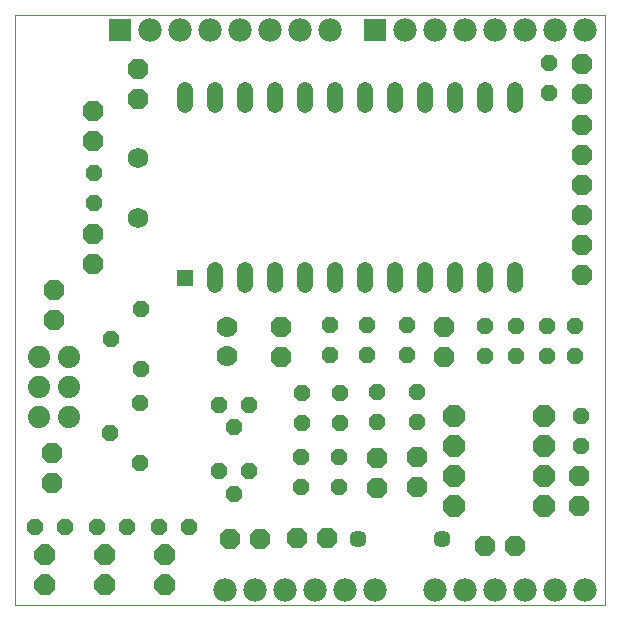
<source format=gbs>
G75*
G70*
%OFA0B0*%
%FSLAX24Y24*%
%IPPOS*%
%LPD*%
%AMOC8*
5,1,8,0,0,1.08239X$1,22.5*
%
%ADD10C,0.0000*%
%ADD11OC8,0.0520*%
%ADD12C,0.0690*%
%ADD13OC8,0.0670*%
%ADD14OC8,0.0700*%
%ADD15C,0.0740*%
%ADD16C,0.0700*%
%ADD17C,0.0571*%
%ADD18OC8,0.0720*%
%ADD19R,0.0780X0.0780*%
%ADD20C,0.0780*%
%ADD21R,0.0520X0.0520*%
%ADD22C,0.0520*%
D10*
X000750Y004151D02*
X000750Y023836D01*
X020435Y023836D01*
X020435Y004151D01*
X000750Y004151D01*
D11*
X001410Y006751D03*
X002410Y006751D03*
X003490Y006751D03*
X004490Y006751D03*
X005570Y006751D03*
X006570Y006751D03*
X008070Y007871D03*
X007570Y008621D03*
X008570Y008621D03*
X008060Y010091D03*
X007560Y010841D03*
X008560Y010841D03*
X010330Y011231D03*
X010330Y010231D03*
X010290Y009091D03*
X010290Y008091D03*
X011550Y008091D03*
X011550Y009091D03*
X011590Y010231D03*
X011590Y011231D03*
X012830Y011251D03*
X012830Y010251D03*
X014170Y010251D03*
X014170Y011251D03*
X013810Y012491D03*
X013810Y013491D03*
X012490Y013491D03*
X012490Y012491D03*
X011250Y012491D03*
X011250Y013491D03*
X016430Y013451D03*
X016430Y012451D03*
X017470Y012451D03*
X017470Y013451D03*
X018490Y013451D03*
X019440Y013451D03*
X019440Y012451D03*
X018490Y012451D03*
X019610Y010451D03*
X019610Y009451D03*
X018550Y021231D03*
X018550Y022231D03*
X004950Y014021D03*
X003950Y013021D03*
X004950Y012021D03*
X004930Y010881D03*
X003930Y009881D03*
X004930Y008881D03*
X003380Y017571D03*
X003380Y018571D03*
D12*
X004870Y019071D03*
X004870Y017071D03*
D13*
X003360Y016531D03*
X003360Y015531D03*
X002070Y014671D03*
X002070Y013671D03*
X001990Y009231D03*
X001990Y008231D03*
X007910Y006351D03*
X008910Y006351D03*
X010150Y006391D03*
X011150Y006391D03*
X012830Y008071D03*
X012830Y009071D03*
X014170Y009091D03*
X014170Y008091D03*
X016430Y006111D03*
X017430Y006111D03*
X019570Y007451D03*
X019570Y008451D03*
X015070Y012431D03*
X015070Y013431D03*
X019670Y015151D03*
X019670Y016151D03*
X019670Y017151D03*
X019670Y018151D03*
X019670Y019151D03*
X019670Y020151D03*
X019670Y021191D03*
X019670Y022191D03*
X009610Y013411D03*
X009610Y012411D03*
X003370Y019631D03*
X003370Y020631D03*
X004870Y021011D03*
X004870Y022011D03*
D14*
X005750Y005814D03*
X005750Y004814D03*
X003750Y004814D03*
X003750Y005814D03*
X001750Y005837D03*
X001750Y004837D03*
D15*
X001550Y010411D03*
X001550Y011411D03*
X001550Y012411D03*
X002550Y012411D03*
X002550Y011411D03*
X002550Y010411D03*
D16*
X007810Y012451D03*
X007810Y013411D03*
D17*
X012190Y006351D03*
X014990Y006351D03*
D18*
X015390Y007451D03*
X015390Y008451D03*
X015390Y009451D03*
X015390Y010451D03*
X018390Y010451D03*
X018390Y009451D03*
X018390Y008451D03*
X018390Y007451D03*
D19*
X012750Y023336D03*
X004250Y023336D03*
D20*
X005250Y023336D03*
X006250Y023336D03*
X007250Y023336D03*
X008250Y023336D03*
X009250Y023336D03*
X010250Y023336D03*
X011250Y023336D03*
X013750Y023336D03*
X014750Y023336D03*
X015750Y023336D03*
X016750Y023336D03*
X017750Y023336D03*
X018750Y023336D03*
X019750Y023336D03*
X019750Y004651D03*
X018750Y004651D03*
X017750Y004651D03*
X016750Y004651D03*
X015750Y004651D03*
X014750Y004651D03*
X012750Y004651D03*
X011750Y004651D03*
X010750Y004651D03*
X009750Y004651D03*
X008750Y004651D03*
X007750Y004651D03*
D21*
X006410Y015071D03*
D22*
X007410Y014831D02*
X007410Y015311D01*
X008410Y015311D02*
X008410Y014831D01*
X009410Y014831D02*
X009410Y015311D01*
X010410Y015311D02*
X010410Y014831D01*
X011410Y014831D02*
X011410Y015311D01*
X012410Y015311D02*
X012410Y014831D01*
X013410Y014831D02*
X013410Y015311D01*
X014410Y015311D02*
X014410Y014831D01*
X015410Y014831D02*
X015410Y015311D01*
X016410Y015311D02*
X016410Y014831D01*
X017410Y014831D02*
X017410Y015311D01*
X017410Y020831D02*
X017410Y021311D01*
X016410Y021311D02*
X016410Y020831D01*
X015410Y020831D02*
X015410Y021311D01*
X014410Y021311D02*
X014410Y020831D01*
X013410Y020831D02*
X013410Y021311D01*
X012410Y021311D02*
X012410Y020831D01*
X011410Y020831D02*
X011410Y021311D01*
X010410Y021311D02*
X010410Y020831D01*
X009410Y020831D02*
X009410Y021311D01*
X008410Y021311D02*
X008410Y020831D01*
X007410Y020831D02*
X007410Y021311D01*
X006410Y021311D02*
X006410Y020831D01*
M02*

</source>
